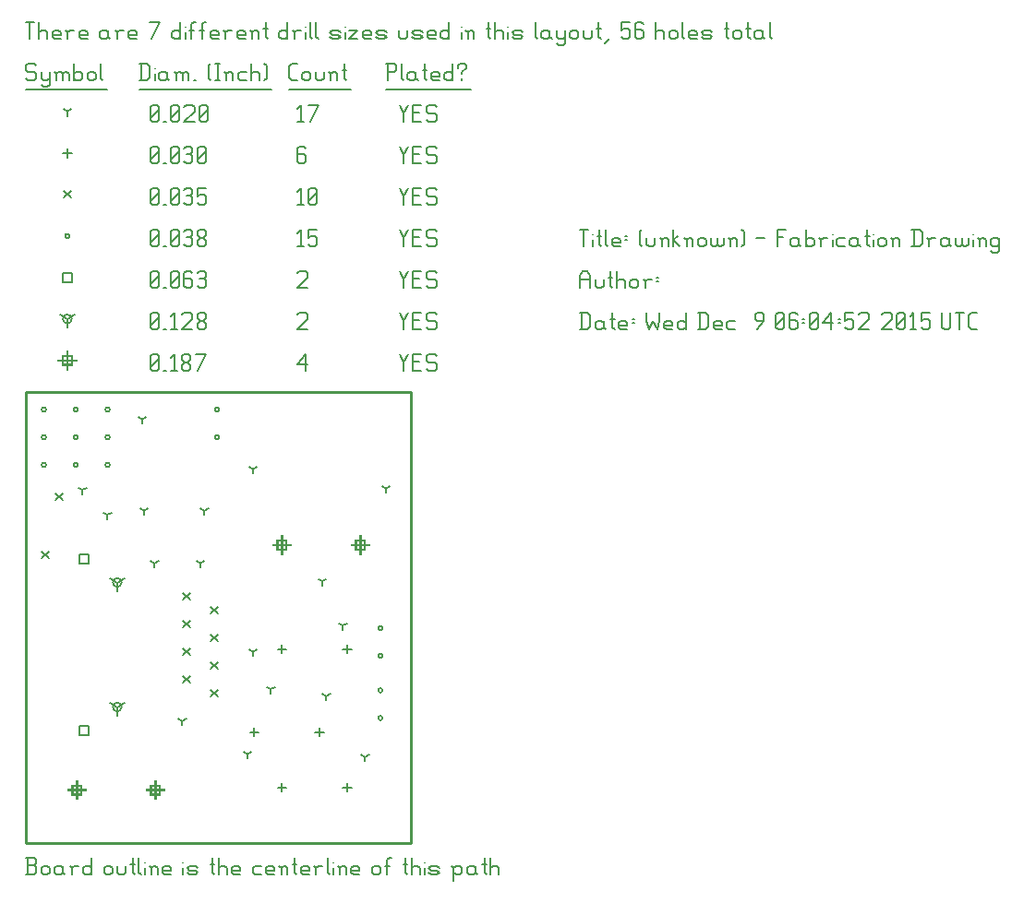
<source format=gbr>
G04 start of page 12 for group -3984 idx -3984 *
G04 Title: (unknown), fab *
G04 Creator: pcb 1.99z *
G04 CreationDate: Wed Dec  9 06:04:52 2015 UTC *
G04 For: commonadmin *
G04 Format: Gerber/RS-274X *
G04 PCB-Dimensions (mil): 1410.00 1650.00 *
G04 PCB-Coordinate-Origin: lower left *
%MOIN*%
%FSLAX25Y25*%
%LNFAB*%
%ADD89C,0.0100*%
%ADD88C,0.0075*%
%ADD87C,0.0060*%
%ADD86R,0.0080X0.0080*%
G54D86*X18500Y24200D02*Y17800D01*
X15300Y21000D02*X21700D01*
X16900Y22600D02*X20100D01*
X16900D02*Y19400D01*
X20100D01*
Y22600D02*Y19400D01*
X46846Y24200D02*Y17800D01*
X43646Y21000D02*X50046D01*
X45246Y22600D02*X48446D01*
X45246D02*Y19400D01*
X48446D01*
Y22600D02*Y19400D01*
X92500Y112700D02*Y106300D01*
X89300Y109500D02*X95700D01*
X90900Y111100D02*X94100D01*
X90900D02*Y107900D01*
X94100D01*
Y111100D02*Y107900D01*
X120846Y112700D02*Y106300D01*
X117646Y109500D02*X124046D01*
X119246Y111100D02*X122446D01*
X119246D02*Y107900D01*
X122446D01*
Y111100D02*Y107900D01*
X15000Y179450D02*Y173050D01*
X11800Y176250D02*X18200D01*
X13400Y177850D02*X16600D01*
X13400D02*Y174650D01*
X16600D01*
Y177850D02*Y174650D01*
G54D87*X135000Y178500D02*X136500Y175500D01*
X138000Y178500D01*
X136500Y175500D02*Y172500D01*
X139800Y175800D02*X142050D01*
X139800Y172500D02*X142800D01*
X139800Y178500D02*Y172500D01*
Y178500D02*X142800D01*
X147600D02*X148350Y177750D01*
X145350Y178500D02*X147600D01*
X144600Y177750D02*X145350Y178500D01*
X144600Y177750D02*Y176250D01*
X145350Y175500D01*
X147600D01*
X148350Y174750D01*
Y173250D01*
X147600Y172500D02*X148350Y173250D01*
X145350Y172500D02*X147600D01*
X144600Y173250D02*X145350Y172500D01*
X98000Y174750D02*X101000Y178500D01*
X98000Y174750D02*X101750D01*
X101000Y178500D02*Y172500D01*
X45000Y173250D02*X45750Y172500D01*
X45000Y177750D02*Y173250D01*
Y177750D02*X45750Y178500D01*
X47250D01*
X48000Y177750D01*
Y173250D01*
X47250Y172500D02*X48000Y173250D01*
X45750Y172500D02*X47250D01*
X45000Y174000D02*X48000Y177000D01*
X49800Y172500D02*X50550D01*
X52350Y177300D02*X53550Y178500D01*
Y172500D01*
X52350D02*X54600D01*
X56400Y173250D02*X57150Y172500D01*
X56400Y174450D02*Y173250D01*
Y174450D02*X57450Y175500D01*
X58350D01*
X59400Y174450D01*
Y173250D01*
X58650Y172500D02*X59400Y173250D01*
X57150Y172500D02*X58650D01*
X56400Y176550D02*X57450Y175500D01*
X56400Y177750D02*Y176550D01*
Y177750D02*X57150Y178500D01*
X58650D01*
X59400Y177750D01*
Y176550D01*
X58350Y175500D02*X59400Y176550D01*
X61950Y172500D02*X64950Y178500D01*
X61200D02*X64950D01*
X33000Y96000D02*Y92800D01*
Y96000D02*X35773Y97600D01*
X33000Y96000D02*X30227Y97600D01*
X31400Y96000D02*G75*G03X34600Y96000I1600J0D01*G01*
G75*G03X31400Y96000I-1600J0D01*G01*
X33000Y51000D02*Y47800D01*
Y51000D02*X35773Y52600D01*
X33000Y51000D02*X30227Y52600D01*
X31400Y51000D02*G75*G03X34600Y51000I1600J0D01*G01*
G75*G03X31400Y51000I-1600J0D01*G01*
X15000Y191250D02*Y188050D01*
Y191250D02*X17773Y192850D01*
X15000Y191250D02*X12227Y192850D01*
X13400Y191250D02*G75*G03X16600Y191250I1600J0D01*G01*
G75*G03X13400Y191250I-1600J0D01*G01*
X135000Y193500D02*X136500Y190500D01*
X138000Y193500D01*
X136500Y190500D02*Y187500D01*
X139800Y190800D02*X142050D01*
X139800Y187500D02*X142800D01*
X139800Y193500D02*Y187500D01*
Y193500D02*X142800D01*
X147600D02*X148350Y192750D01*
X145350Y193500D02*X147600D01*
X144600Y192750D02*X145350Y193500D01*
X144600Y192750D02*Y191250D01*
X145350Y190500D01*
X147600D01*
X148350Y189750D01*
Y188250D01*
X147600Y187500D02*X148350Y188250D01*
X145350Y187500D02*X147600D01*
X144600Y188250D02*X145350Y187500D01*
X98000Y192750D02*X98750Y193500D01*
X101000D01*
X101750Y192750D01*
Y191250D01*
X98000Y187500D02*X101750Y191250D01*
X98000Y187500D02*X101750D01*
X45000Y188250D02*X45750Y187500D01*
X45000Y192750D02*Y188250D01*
Y192750D02*X45750Y193500D01*
X47250D01*
X48000Y192750D01*
Y188250D01*
X47250Y187500D02*X48000Y188250D01*
X45750Y187500D02*X47250D01*
X45000Y189000D02*X48000Y192000D01*
X49800Y187500D02*X50550D01*
X52350Y192300D02*X53550Y193500D01*
Y187500D01*
X52350D02*X54600D01*
X56400Y192750D02*X57150Y193500D01*
X59400D01*
X60150Y192750D01*
Y191250D01*
X56400Y187500D02*X60150Y191250D01*
X56400Y187500D02*X60150D01*
X61950Y188250D02*X62700Y187500D01*
X61950Y189450D02*Y188250D01*
Y189450D02*X63000Y190500D01*
X63900D01*
X64950Y189450D01*
Y188250D01*
X64200Y187500D02*X64950Y188250D01*
X62700Y187500D02*X64200D01*
X61950Y191550D02*X63000Y190500D01*
X61950Y192750D02*Y191550D01*
Y192750D02*X62700Y193500D01*
X64200D01*
X64950Y192750D01*
Y191550D01*
X63900Y190500D02*X64950Y191550D01*
X19392Y106143D02*X22592D01*
X19392D02*Y102943D01*
X22592D01*
Y106143D02*Y102943D01*
X19392Y44135D02*X22592D01*
X19392D02*Y40935D01*
X22592D01*
Y44135D02*Y40935D01*
X13400Y207850D02*X16600D01*
X13400D02*Y204650D01*
X16600D01*
Y207850D02*Y204650D01*
X135000Y208500D02*X136500Y205500D01*
X138000Y208500D01*
X136500Y205500D02*Y202500D01*
X139800Y205800D02*X142050D01*
X139800Y202500D02*X142800D01*
X139800Y208500D02*Y202500D01*
Y208500D02*X142800D01*
X147600D02*X148350Y207750D01*
X145350Y208500D02*X147600D01*
X144600Y207750D02*X145350Y208500D01*
X144600Y207750D02*Y206250D01*
X145350Y205500D01*
X147600D01*
X148350Y204750D01*
Y203250D01*
X147600Y202500D02*X148350Y203250D01*
X145350Y202500D02*X147600D01*
X144600Y203250D02*X145350Y202500D01*
X98000Y207750D02*X98750Y208500D01*
X101000D01*
X101750Y207750D01*
Y206250D01*
X98000Y202500D02*X101750Y206250D01*
X98000Y202500D02*X101750D01*
X45000Y203250D02*X45750Y202500D01*
X45000Y207750D02*Y203250D01*
Y207750D02*X45750Y208500D01*
X47250D01*
X48000Y207750D01*
Y203250D01*
X47250Y202500D02*X48000Y203250D01*
X45750Y202500D02*X47250D01*
X45000Y204000D02*X48000Y207000D01*
X49800Y202500D02*X50550D01*
X52350Y203250D02*X53100Y202500D01*
X52350Y207750D02*Y203250D01*
Y207750D02*X53100Y208500D01*
X54600D01*
X55350Y207750D01*
Y203250D01*
X54600Y202500D02*X55350Y203250D01*
X53100Y202500D02*X54600D01*
X52350Y204000D02*X55350Y207000D01*
X59400Y208500D02*X60150Y207750D01*
X57900Y208500D02*X59400D01*
X57150Y207750D02*X57900Y208500D01*
X57150Y207750D02*Y203250D01*
X57900Y202500D01*
X59400Y205800D02*X60150Y205050D01*
X57150Y205800D02*X59400D01*
X57900Y202500D02*X59400D01*
X60150Y203250D01*
Y205050D02*Y203250D01*
X61950Y207750D02*X62700Y208500D01*
X64200D01*
X64950Y207750D01*
X64200Y202500D02*X64950Y203250D01*
X62700Y202500D02*X64200D01*
X61950Y203250D02*X62700Y202500D01*
Y205800D02*X64200D01*
X64950Y207750D02*Y206550D01*
Y205050D02*Y203250D01*
Y205050D02*X64200Y205800D01*
X64950Y206550D02*X64200Y205800D01*
X127200Y79500D02*G75*G03X128800Y79500I800J0D01*G01*
G75*G03X127200Y79500I-800J0D01*G01*
Y69500D02*G75*G03X128800Y69500I800J0D01*G01*
G75*G03X127200Y69500I-800J0D01*G01*
Y57000D02*G75*G03X128800Y57000I800J0D01*G01*
G75*G03X127200Y57000I-800J0D01*G01*
Y47000D02*G75*G03X128800Y47000I800J0D01*G01*
G75*G03X127200Y47000I-800J0D01*G01*
X28700Y138500D02*G75*G03X30300Y138500I800J0D01*G01*
G75*G03X28700Y138500I-800J0D01*G01*
Y148500D02*G75*G03X30300Y148500I800J0D01*G01*
G75*G03X28700Y148500I-800J0D01*G01*
Y158500D02*G75*G03X30300Y158500I800J0D01*G01*
G75*G03X28700Y158500I-800J0D01*G01*
X17200Y138500D02*G75*G03X18800Y138500I800J0D01*G01*
G75*G03X17200Y138500I-800J0D01*G01*
Y148500D02*G75*G03X18800Y148500I800J0D01*G01*
G75*G03X17200Y148500I-800J0D01*G01*
Y158500D02*G75*G03X18800Y158500I800J0D01*G01*
G75*G03X17200Y158500I-800J0D01*G01*
X5700Y138500D02*G75*G03X7300Y138500I800J0D01*G01*
G75*G03X5700Y138500I-800J0D01*G01*
Y148500D02*G75*G03X7300Y148500I800J0D01*G01*
G75*G03X5700Y148500I-800J0D01*G01*
Y158500D02*G75*G03X7300Y158500I800J0D01*G01*
G75*G03X5700Y158500I-800J0D01*G01*
X68200D02*G75*G03X69800Y158500I800J0D01*G01*
G75*G03X68200Y158500I-800J0D01*G01*
Y148500D02*G75*G03X69800Y148500I800J0D01*G01*
G75*G03X68200Y148500I-800J0D01*G01*
X14200Y221250D02*G75*G03X15800Y221250I800J0D01*G01*
G75*G03X14200Y221250I-800J0D01*G01*
X135000Y223500D02*X136500Y220500D01*
X138000Y223500D01*
X136500Y220500D02*Y217500D01*
X139800Y220800D02*X142050D01*
X139800Y217500D02*X142800D01*
X139800Y223500D02*Y217500D01*
Y223500D02*X142800D01*
X147600D02*X148350Y222750D01*
X145350Y223500D02*X147600D01*
X144600Y222750D02*X145350Y223500D01*
X144600Y222750D02*Y221250D01*
X145350Y220500D01*
X147600D01*
X148350Y219750D01*
Y218250D01*
X147600Y217500D02*X148350Y218250D01*
X145350Y217500D02*X147600D01*
X144600Y218250D02*X145350Y217500D01*
X98000Y222300D02*X99200Y223500D01*
Y217500D01*
X98000D02*X100250D01*
X102050Y223500D02*X105050D01*
X102050D02*Y220500D01*
X102800Y221250D01*
X104300D01*
X105050Y220500D01*
Y218250D01*
X104300Y217500D02*X105050Y218250D01*
X102800Y217500D02*X104300D01*
X102050Y218250D02*X102800Y217500D01*
X45000Y218250D02*X45750Y217500D01*
X45000Y222750D02*Y218250D01*
Y222750D02*X45750Y223500D01*
X47250D01*
X48000Y222750D01*
Y218250D01*
X47250Y217500D02*X48000Y218250D01*
X45750Y217500D02*X47250D01*
X45000Y219000D02*X48000Y222000D01*
X49800Y217500D02*X50550D01*
X52350Y218250D02*X53100Y217500D01*
X52350Y222750D02*Y218250D01*
Y222750D02*X53100Y223500D01*
X54600D01*
X55350Y222750D01*
Y218250D01*
X54600Y217500D02*X55350Y218250D01*
X53100Y217500D02*X54600D01*
X52350Y219000D02*X55350Y222000D01*
X57150Y222750D02*X57900Y223500D01*
X59400D01*
X60150Y222750D01*
X59400Y217500D02*X60150Y218250D01*
X57900Y217500D02*X59400D01*
X57150Y218250D02*X57900Y217500D01*
Y220800D02*X59400D01*
X60150Y222750D02*Y221550D01*
Y220050D02*Y218250D01*
Y220050D02*X59400Y220800D01*
X60150Y221550D02*X59400Y220800D01*
X61950Y218250D02*X62700Y217500D01*
X61950Y219450D02*Y218250D01*
Y219450D02*X63000Y220500D01*
X63900D01*
X64950Y219450D01*
Y218250D01*
X64200Y217500D02*X64950Y218250D01*
X62700Y217500D02*X64200D01*
X61950Y221550D02*X63000Y220500D01*
X61950Y222750D02*Y221550D01*
Y222750D02*X62700Y223500D01*
X64200D01*
X64950Y222750D01*
Y221550D01*
X63900Y220500D02*X64950Y221550D01*
X10800Y128200D02*X13200Y125800D01*
X10800D02*X13200Y128200D01*
X5800Y107200D02*X8200Y104800D01*
X5800D02*X8200Y107200D01*
X66800Y87200D02*X69200Y84800D01*
X66800D02*X69200Y87200D01*
X66800Y77200D02*X69200Y74800D01*
X66800D02*X69200Y77200D01*
X66800Y67200D02*X69200Y64800D01*
X66800D02*X69200Y67200D01*
X66800Y57200D02*X69200Y54800D01*
X66800D02*X69200Y57200D01*
X56800Y92200D02*X59200Y89800D01*
X56800D02*X59200Y92200D01*
X56800Y82200D02*X59200Y79800D01*
X56800D02*X59200Y82200D01*
X56800Y72200D02*X59200Y69800D01*
X56800D02*X59200Y72200D01*
X56800Y62200D02*X59200Y59800D01*
X56800D02*X59200Y62200D01*
X13800Y237450D02*X16200Y235050D01*
X13800D02*X16200Y237450D01*
X135000Y238500D02*X136500Y235500D01*
X138000Y238500D01*
X136500Y235500D02*Y232500D01*
X139800Y235800D02*X142050D01*
X139800Y232500D02*X142800D01*
X139800Y238500D02*Y232500D01*
Y238500D02*X142800D01*
X147600D02*X148350Y237750D01*
X145350Y238500D02*X147600D01*
X144600Y237750D02*X145350Y238500D01*
X144600Y237750D02*Y236250D01*
X145350Y235500D01*
X147600D01*
X148350Y234750D01*
Y233250D01*
X147600Y232500D02*X148350Y233250D01*
X145350Y232500D02*X147600D01*
X144600Y233250D02*X145350Y232500D01*
X98000Y237300D02*X99200Y238500D01*
Y232500D01*
X98000D02*X100250D01*
X102050Y233250D02*X102800Y232500D01*
X102050Y237750D02*Y233250D01*
Y237750D02*X102800Y238500D01*
X104300D01*
X105050Y237750D01*
Y233250D01*
X104300Y232500D02*X105050Y233250D01*
X102800Y232500D02*X104300D01*
X102050Y234000D02*X105050Y237000D01*
X45000Y233250D02*X45750Y232500D01*
X45000Y237750D02*Y233250D01*
Y237750D02*X45750Y238500D01*
X47250D01*
X48000Y237750D01*
Y233250D01*
X47250Y232500D02*X48000Y233250D01*
X45750Y232500D02*X47250D01*
X45000Y234000D02*X48000Y237000D01*
X49800Y232500D02*X50550D01*
X52350Y233250D02*X53100Y232500D01*
X52350Y237750D02*Y233250D01*
Y237750D02*X53100Y238500D01*
X54600D01*
X55350Y237750D01*
Y233250D01*
X54600Y232500D02*X55350Y233250D01*
X53100Y232500D02*X54600D01*
X52350Y234000D02*X55350Y237000D01*
X57150Y237750D02*X57900Y238500D01*
X59400D01*
X60150Y237750D01*
X59400Y232500D02*X60150Y233250D01*
X57900Y232500D02*X59400D01*
X57150Y233250D02*X57900Y232500D01*
Y235800D02*X59400D01*
X60150Y237750D02*Y236550D01*
Y235050D02*Y233250D01*
Y235050D02*X59400Y235800D01*
X60150Y236550D02*X59400Y235800D01*
X61950Y238500D02*X64950D01*
X61950D02*Y235500D01*
X62700Y236250D01*
X64200D01*
X64950Y235500D01*
Y233250D01*
X64200Y232500D02*X64950Y233250D01*
X62700Y232500D02*X64200D01*
X61950Y233250D02*X62700Y232500D01*
X92500Y73600D02*Y70400D01*
X90900Y72000D02*X94100D01*
X92500Y23600D02*Y20400D01*
X90900Y22000D02*X94100D01*
X82500Y43600D02*Y40400D01*
X80900Y42000D02*X84100D01*
X116000Y73600D02*Y70400D01*
X114400Y72000D02*X117600D01*
X116000Y23600D02*Y20400D01*
X114400Y22000D02*X117600D01*
X106000Y43600D02*Y40400D01*
X104400Y42000D02*X107600D01*
X15000Y252850D02*Y249650D01*
X13400Y251250D02*X16600D01*
X135000Y253500D02*X136500Y250500D01*
X138000Y253500D01*
X136500Y250500D02*Y247500D01*
X139800Y250800D02*X142050D01*
X139800Y247500D02*X142800D01*
X139800Y253500D02*Y247500D01*
Y253500D02*X142800D01*
X147600D02*X148350Y252750D01*
X145350Y253500D02*X147600D01*
X144600Y252750D02*X145350Y253500D01*
X144600Y252750D02*Y251250D01*
X145350Y250500D01*
X147600D01*
X148350Y249750D01*
Y248250D01*
X147600Y247500D02*X148350Y248250D01*
X145350Y247500D02*X147600D01*
X144600Y248250D02*X145350Y247500D01*
X100250Y253500D02*X101000Y252750D01*
X98750Y253500D02*X100250D01*
X98000Y252750D02*X98750Y253500D01*
X98000Y252750D02*Y248250D01*
X98750Y247500D01*
X100250Y250800D02*X101000Y250050D01*
X98000Y250800D02*X100250D01*
X98750Y247500D02*X100250D01*
X101000Y248250D01*
Y250050D02*Y248250D01*
X45000D02*X45750Y247500D01*
X45000Y252750D02*Y248250D01*
Y252750D02*X45750Y253500D01*
X47250D01*
X48000Y252750D01*
Y248250D01*
X47250Y247500D02*X48000Y248250D01*
X45750Y247500D02*X47250D01*
X45000Y249000D02*X48000Y252000D01*
X49800Y247500D02*X50550D01*
X52350Y248250D02*X53100Y247500D01*
X52350Y252750D02*Y248250D01*
Y252750D02*X53100Y253500D01*
X54600D01*
X55350Y252750D01*
Y248250D01*
X54600Y247500D02*X55350Y248250D01*
X53100Y247500D02*X54600D01*
X52350Y249000D02*X55350Y252000D01*
X57150Y252750D02*X57900Y253500D01*
X59400D01*
X60150Y252750D01*
X59400Y247500D02*X60150Y248250D01*
X57900Y247500D02*X59400D01*
X57150Y248250D02*X57900Y247500D01*
Y250800D02*X59400D01*
X60150Y252750D02*Y251550D01*
Y250050D02*Y248250D01*
Y250050D02*X59400Y250800D01*
X60150Y251550D02*X59400Y250800D01*
X61950Y248250D02*X62700Y247500D01*
X61950Y252750D02*Y248250D01*
Y252750D02*X62700Y253500D01*
X64200D01*
X64950Y252750D01*
Y248250D01*
X64200Y247500D02*X64950Y248250D01*
X62700Y247500D02*X64200D01*
X61950Y249000D02*X64950Y252000D01*
X122500Y33000D02*Y31400D01*
Y33000D02*X123887Y33800D01*
X122500Y33000D02*X121113Y33800D01*
X64500Y122000D02*Y120400D01*
Y122000D02*X65887Y122800D01*
X64500Y122000D02*X63113Y122800D01*
X42700Y122000D02*Y120400D01*
Y122000D02*X44087Y122800D01*
X42700Y122000D02*X41313Y122800D01*
X80000Y34000D02*Y32400D01*
Y34000D02*X81387Y34800D01*
X80000Y34000D02*X78613Y34800D01*
X29500Y120500D02*Y118900D01*
Y120500D02*X30887Y121300D01*
X29500Y120500D02*X28113Y121300D01*
X46500Y103000D02*Y101400D01*
Y103000D02*X47887Y103800D01*
X46500Y103000D02*X45113Y103800D01*
X63000Y103000D02*Y101400D01*
Y103000D02*X64387Y103800D01*
X63000Y103000D02*X61613Y103800D01*
X56500Y46000D02*Y44400D01*
Y46000D02*X57887Y46800D01*
X56500Y46000D02*X55113Y46800D01*
X88500Y57500D02*Y55900D01*
Y57500D02*X89887Y58300D01*
X88500Y57500D02*X87113Y58300D01*
X108500Y55000D02*Y53400D01*
Y55000D02*X109887Y55800D01*
X108500Y55000D02*X107113Y55800D01*
X82000Y71000D02*Y69400D01*
Y71000D02*X83387Y71800D01*
X82000Y71000D02*X80613Y71800D01*
X114500Y80500D02*Y78900D01*
Y80500D02*X115887Y81300D01*
X114500Y80500D02*X113113Y81300D01*
X42000Y155000D02*Y153400D01*
Y155000D02*X43387Y155800D01*
X42000Y155000D02*X40613Y155800D01*
X82000Y137000D02*Y135400D01*
Y137000D02*X83387Y137800D01*
X82000Y137000D02*X80613Y137800D01*
X130000Y130000D02*Y128400D01*
Y130000D02*X131387Y130800D01*
X130000Y130000D02*X128613Y130800D01*
X107000Y96500D02*Y94900D01*
Y96500D02*X108387Y97300D01*
X107000Y96500D02*X105613Y97300D01*
X20500Y129500D02*Y127900D01*
Y129500D02*X21887Y130300D01*
X20500Y129500D02*X19113Y130300D01*
X15000Y266250D02*Y264650D01*
Y266250D02*X16387Y267050D01*
X15000Y266250D02*X13613Y267050D01*
X135000Y268500D02*X136500Y265500D01*
X138000Y268500D01*
X136500Y265500D02*Y262500D01*
X139800Y265800D02*X142050D01*
X139800Y262500D02*X142800D01*
X139800Y268500D02*Y262500D01*
Y268500D02*X142800D01*
X147600D02*X148350Y267750D01*
X145350Y268500D02*X147600D01*
X144600Y267750D02*X145350Y268500D01*
X144600Y267750D02*Y266250D01*
X145350Y265500D01*
X147600D01*
X148350Y264750D01*
Y263250D01*
X147600Y262500D02*X148350Y263250D01*
X145350Y262500D02*X147600D01*
X144600Y263250D02*X145350Y262500D01*
X98000Y267300D02*X99200Y268500D01*
Y262500D01*
X98000D02*X100250D01*
X102800D02*X105800Y268500D01*
X102050D02*X105800D01*
X45000Y263250D02*X45750Y262500D01*
X45000Y267750D02*Y263250D01*
Y267750D02*X45750Y268500D01*
X47250D01*
X48000Y267750D01*
Y263250D01*
X47250Y262500D02*X48000Y263250D01*
X45750Y262500D02*X47250D01*
X45000Y264000D02*X48000Y267000D01*
X49800Y262500D02*X50550D01*
X52350Y263250D02*X53100Y262500D01*
X52350Y267750D02*Y263250D01*
Y267750D02*X53100Y268500D01*
X54600D01*
X55350Y267750D01*
Y263250D01*
X54600Y262500D02*X55350Y263250D01*
X53100Y262500D02*X54600D01*
X52350Y264000D02*X55350Y267000D01*
X57150Y267750D02*X57900Y268500D01*
X60150D01*
X60900Y267750D01*
Y266250D01*
X57150Y262500D02*X60900Y266250D01*
X57150Y262500D02*X60900D01*
X62700Y263250D02*X63450Y262500D01*
X62700Y267750D02*Y263250D01*
Y267750D02*X63450Y268500D01*
X64950D01*
X65700Y267750D01*
Y263250D01*
X64950Y262500D02*X65700Y263250D01*
X63450Y262500D02*X64950D01*
X62700Y264000D02*X65700Y267000D01*
X3000Y283500D02*X3750Y282750D01*
X750Y283500D02*X3000D01*
X0Y282750D02*X750Y283500D01*
X0Y282750D02*Y281250D01*
X750Y280500D01*
X3000D01*
X3750Y279750D01*
Y278250D01*
X3000Y277500D02*X3750Y278250D01*
X750Y277500D02*X3000D01*
X0Y278250D02*X750Y277500D01*
X5550Y280500D02*Y278250D01*
X6300Y277500D01*
X8550Y280500D02*Y276000D01*
X7800Y275250D02*X8550Y276000D01*
X6300Y275250D02*X7800D01*
X5550Y276000D02*X6300Y275250D01*
Y277500D02*X7800D01*
X8550Y278250D01*
X11100Y279750D02*Y277500D01*
Y279750D02*X11850Y280500D01*
X12600D01*
X13350Y279750D01*
Y277500D01*
Y279750D02*X14100Y280500D01*
X14850D01*
X15600Y279750D01*
Y277500D01*
X10350Y280500D02*X11100Y279750D01*
X17400Y283500D02*Y277500D01*
Y278250D02*X18150Y277500D01*
X19650D01*
X20400Y278250D01*
Y279750D02*Y278250D01*
X19650Y280500D02*X20400Y279750D01*
X18150Y280500D02*X19650D01*
X17400Y279750D02*X18150Y280500D01*
X22200Y279750D02*Y278250D01*
Y279750D02*X22950Y280500D01*
X24450D01*
X25200Y279750D01*
Y278250D01*
X24450Y277500D02*X25200Y278250D01*
X22950Y277500D02*X24450D01*
X22200Y278250D02*X22950Y277500D01*
X27000Y283500D02*Y278250D01*
X27750Y277500D01*
X0Y274250D02*X29250D01*
X41750Y283500D02*Y277500D01*
X43700Y283500D02*X44750Y282450D01*
Y278550D01*
X43700Y277500D02*X44750Y278550D01*
X41000Y277500D02*X43700D01*
X41000Y283500D02*X43700D01*
G54D88*X46550Y282000D02*Y281850D01*
G54D87*Y279750D02*Y277500D01*
X50300Y280500D02*X51050Y279750D01*
X48800Y280500D02*X50300D01*
X48050Y279750D02*X48800Y280500D01*
X48050Y279750D02*Y278250D01*
X48800Y277500D01*
X51050Y280500D02*Y278250D01*
X51800Y277500D01*
X48800D02*X50300D01*
X51050Y278250D01*
X54350Y279750D02*Y277500D01*
Y279750D02*X55100Y280500D01*
X55850D01*
X56600Y279750D01*
Y277500D01*
Y279750D02*X57350Y280500D01*
X58100D01*
X58850Y279750D01*
Y277500D01*
X53600Y280500D02*X54350Y279750D01*
X60650Y277500D02*X61400D01*
X65900Y278250D02*X66650Y277500D01*
X65900Y282750D02*X66650Y283500D01*
X65900Y282750D02*Y278250D01*
X68450Y283500D02*X69950D01*
X69200D02*Y277500D01*
X68450D02*X69950D01*
X72500Y279750D02*Y277500D01*
Y279750D02*X73250Y280500D01*
X74000D01*
X74750Y279750D01*
Y277500D01*
X71750Y280500D02*X72500Y279750D01*
X77300Y280500D02*X79550D01*
X76550Y279750D02*X77300Y280500D01*
X76550Y279750D02*Y278250D01*
X77300Y277500D01*
X79550D01*
X81350Y283500D02*Y277500D01*
Y279750D02*X82100Y280500D01*
X83600D01*
X84350Y279750D01*
Y277500D01*
X86150Y283500D02*X86900Y282750D01*
Y278250D01*
X86150Y277500D02*X86900Y278250D01*
X41000Y274250D02*X88700D01*
X96050Y277500D02*X98000D01*
X95000Y278550D02*X96050Y277500D01*
X95000Y282450D02*Y278550D01*
Y282450D02*X96050Y283500D01*
X98000D01*
X99800Y279750D02*Y278250D01*
Y279750D02*X100550Y280500D01*
X102050D01*
X102800Y279750D01*
Y278250D01*
X102050Y277500D02*X102800Y278250D01*
X100550Y277500D02*X102050D01*
X99800Y278250D02*X100550Y277500D01*
X104600Y280500D02*Y278250D01*
X105350Y277500D01*
X106850D01*
X107600Y278250D01*
Y280500D02*Y278250D01*
X110150Y279750D02*Y277500D01*
Y279750D02*X110900Y280500D01*
X111650D01*
X112400Y279750D01*
Y277500D01*
X109400Y280500D02*X110150Y279750D01*
X114950Y283500D02*Y278250D01*
X115700Y277500D01*
X114200Y281250D02*X115700D01*
X95000Y274250D02*X117200D01*
X130750Y283500D02*Y277500D01*
X130000Y283500D02*X133000D01*
X133750Y282750D01*
Y281250D01*
X133000Y280500D02*X133750Y281250D01*
X130750Y280500D02*X133000D01*
X135550Y283500D02*Y278250D01*
X136300Y277500D01*
X140050Y280500D02*X140800Y279750D01*
X138550Y280500D02*X140050D01*
X137800Y279750D02*X138550Y280500D01*
X137800Y279750D02*Y278250D01*
X138550Y277500D01*
X140800Y280500D02*Y278250D01*
X141550Y277500D01*
X138550D02*X140050D01*
X140800Y278250D01*
X144100Y283500D02*Y278250D01*
X144850Y277500D01*
X143350Y281250D02*X144850D01*
X147100Y277500D02*X149350D01*
X146350Y278250D02*X147100Y277500D01*
X146350Y279750D02*Y278250D01*
Y279750D02*X147100Y280500D01*
X148600D01*
X149350Y279750D01*
X146350Y279000D02*X149350D01*
Y279750D02*Y279000D01*
X154150Y283500D02*Y277500D01*
X153400D02*X154150Y278250D01*
X151900Y277500D02*X153400D01*
X151150Y278250D02*X151900Y277500D01*
X151150Y279750D02*Y278250D01*
Y279750D02*X151900Y280500D01*
X153400D01*
X154150Y279750D01*
X157450Y280500D02*Y279750D01*
Y278250D02*Y277500D01*
X155950Y282750D02*Y282000D01*
Y282750D02*X156700Y283500D01*
X158200D01*
X158950Y282750D01*
Y282000D01*
X157450Y280500D02*X158950Y282000D01*
X130000Y274250D02*X160750D01*
X0Y298500D02*X3000D01*
X1500D02*Y292500D01*
X4800Y298500D02*Y292500D01*
Y294750D02*X5550Y295500D01*
X7050D01*
X7800Y294750D01*
Y292500D01*
X10350D02*X12600D01*
X9600Y293250D02*X10350Y292500D01*
X9600Y294750D02*Y293250D01*
Y294750D02*X10350Y295500D01*
X11850D01*
X12600Y294750D01*
X9600Y294000D02*X12600D01*
Y294750D02*Y294000D01*
X15150Y294750D02*Y292500D01*
Y294750D02*X15900Y295500D01*
X17400D01*
X14400D02*X15150Y294750D01*
X19950Y292500D02*X22200D01*
X19200Y293250D02*X19950Y292500D01*
X19200Y294750D02*Y293250D01*
Y294750D02*X19950Y295500D01*
X21450D01*
X22200Y294750D01*
X19200Y294000D02*X22200D01*
Y294750D02*Y294000D01*
X28950Y295500D02*X29700Y294750D01*
X27450Y295500D02*X28950D01*
X26700Y294750D02*X27450Y295500D01*
X26700Y294750D02*Y293250D01*
X27450Y292500D01*
X29700Y295500D02*Y293250D01*
X30450Y292500D01*
X27450D02*X28950D01*
X29700Y293250D01*
X33000Y294750D02*Y292500D01*
Y294750D02*X33750Y295500D01*
X35250D01*
X32250D02*X33000Y294750D01*
X37800Y292500D02*X40050D01*
X37050Y293250D02*X37800Y292500D01*
X37050Y294750D02*Y293250D01*
Y294750D02*X37800Y295500D01*
X39300D01*
X40050Y294750D01*
X37050Y294000D02*X40050D01*
Y294750D02*Y294000D01*
X45300Y292500D02*X48300Y298500D01*
X44550D02*X48300D01*
X55800D02*Y292500D01*
X55050D02*X55800Y293250D01*
X53550Y292500D02*X55050D01*
X52800Y293250D02*X53550Y292500D01*
X52800Y294750D02*Y293250D01*
Y294750D02*X53550Y295500D01*
X55050D01*
X55800Y294750D01*
G54D88*X57600Y297000D02*Y296850D01*
G54D87*Y294750D02*Y292500D01*
X59850Y297750D02*Y292500D01*
Y297750D02*X60600Y298500D01*
X61350D01*
X59100Y295500D02*X60600D01*
X63600Y297750D02*Y292500D01*
Y297750D02*X64350Y298500D01*
X65100D01*
X62850Y295500D02*X64350D01*
X67350Y292500D02*X69600D01*
X66600Y293250D02*X67350Y292500D01*
X66600Y294750D02*Y293250D01*
Y294750D02*X67350Y295500D01*
X68850D01*
X69600Y294750D01*
X66600Y294000D02*X69600D01*
Y294750D02*Y294000D01*
X72150Y294750D02*Y292500D01*
Y294750D02*X72900Y295500D01*
X74400D01*
X71400D02*X72150Y294750D01*
X76950Y292500D02*X79200D01*
X76200Y293250D02*X76950Y292500D01*
X76200Y294750D02*Y293250D01*
Y294750D02*X76950Y295500D01*
X78450D01*
X79200Y294750D01*
X76200Y294000D02*X79200D01*
Y294750D02*Y294000D01*
X81750Y294750D02*Y292500D01*
Y294750D02*X82500Y295500D01*
X83250D01*
X84000Y294750D01*
Y292500D01*
X81000Y295500D02*X81750Y294750D01*
X86550Y298500D02*Y293250D01*
X87300Y292500D01*
X85800Y296250D02*X87300D01*
X94500Y298500D02*Y292500D01*
X93750D02*X94500Y293250D01*
X92250Y292500D02*X93750D01*
X91500Y293250D02*X92250Y292500D01*
X91500Y294750D02*Y293250D01*
Y294750D02*X92250Y295500D01*
X93750D01*
X94500Y294750D01*
X97050D02*Y292500D01*
Y294750D02*X97800Y295500D01*
X99300D01*
X96300D02*X97050Y294750D01*
G54D88*X101100Y297000D02*Y296850D01*
G54D87*Y294750D02*Y292500D01*
X102600Y298500D02*Y293250D01*
X103350Y292500D01*
X104850Y298500D02*Y293250D01*
X105600Y292500D01*
X110550D02*X112800D01*
X113550Y293250D01*
X112800Y294000D02*X113550Y293250D01*
X110550Y294000D02*X112800D01*
X109800Y294750D02*X110550Y294000D01*
X109800Y294750D02*X110550Y295500D01*
X112800D01*
X113550Y294750D01*
X109800Y293250D02*X110550Y292500D01*
G54D88*X115350Y297000D02*Y296850D01*
G54D87*Y294750D02*Y292500D01*
X116850Y295500D02*X119850D01*
X116850Y292500D02*X119850Y295500D01*
X116850Y292500D02*X119850D01*
X122400D02*X124650D01*
X121650Y293250D02*X122400Y292500D01*
X121650Y294750D02*Y293250D01*
Y294750D02*X122400Y295500D01*
X123900D01*
X124650Y294750D01*
X121650Y294000D02*X124650D01*
Y294750D02*Y294000D01*
X127200Y292500D02*X129450D01*
X130200Y293250D01*
X129450Y294000D02*X130200Y293250D01*
X127200Y294000D02*X129450D01*
X126450Y294750D02*X127200Y294000D01*
X126450Y294750D02*X127200Y295500D01*
X129450D01*
X130200Y294750D01*
X126450Y293250D02*X127200Y292500D01*
X134700Y295500D02*Y293250D01*
X135450Y292500D01*
X136950D01*
X137700Y293250D01*
Y295500D02*Y293250D01*
X140250Y292500D02*X142500D01*
X143250Y293250D01*
X142500Y294000D02*X143250Y293250D01*
X140250Y294000D02*X142500D01*
X139500Y294750D02*X140250Y294000D01*
X139500Y294750D02*X140250Y295500D01*
X142500D01*
X143250Y294750D01*
X139500Y293250D02*X140250Y292500D01*
X145800D02*X148050D01*
X145050Y293250D02*X145800Y292500D01*
X145050Y294750D02*Y293250D01*
Y294750D02*X145800Y295500D01*
X147300D01*
X148050Y294750D01*
X145050Y294000D02*X148050D01*
Y294750D02*Y294000D01*
X152850Y298500D02*Y292500D01*
X152100D02*X152850Y293250D01*
X150600Y292500D02*X152100D01*
X149850Y293250D02*X150600Y292500D01*
X149850Y294750D02*Y293250D01*
Y294750D02*X150600Y295500D01*
X152100D01*
X152850Y294750D01*
G54D88*X157350Y297000D02*Y296850D01*
G54D87*Y294750D02*Y292500D01*
X159600Y294750D02*Y292500D01*
Y294750D02*X160350Y295500D01*
X161100D01*
X161850Y294750D01*
Y292500D01*
X158850Y295500D02*X159600Y294750D01*
X167100Y298500D02*Y293250D01*
X167850Y292500D01*
X166350Y296250D02*X167850D01*
X169350Y298500D02*Y292500D01*
Y294750D02*X170100Y295500D01*
X171600D01*
X172350Y294750D01*
Y292500D01*
G54D88*X174150Y297000D02*Y296850D01*
G54D87*Y294750D02*Y292500D01*
X176400D02*X178650D01*
X179400Y293250D01*
X178650Y294000D02*X179400Y293250D01*
X176400Y294000D02*X178650D01*
X175650Y294750D02*X176400Y294000D01*
X175650Y294750D02*X176400Y295500D01*
X178650D01*
X179400Y294750D01*
X175650Y293250D02*X176400Y292500D01*
X183900Y298500D02*Y293250D01*
X184650Y292500D01*
X188400Y295500D02*X189150Y294750D01*
X186900Y295500D02*X188400D01*
X186150Y294750D02*X186900Y295500D01*
X186150Y294750D02*Y293250D01*
X186900Y292500D01*
X189150Y295500D02*Y293250D01*
X189900Y292500D01*
X186900D02*X188400D01*
X189150Y293250D01*
X191700Y295500D02*Y293250D01*
X192450Y292500D01*
X194700Y295500D02*Y291000D01*
X193950Y290250D02*X194700Y291000D01*
X192450Y290250D02*X193950D01*
X191700Y291000D02*X192450Y290250D01*
Y292500D02*X193950D01*
X194700Y293250D01*
X196500Y294750D02*Y293250D01*
Y294750D02*X197250Y295500D01*
X198750D01*
X199500Y294750D01*
Y293250D01*
X198750Y292500D02*X199500Y293250D01*
X197250Y292500D02*X198750D01*
X196500Y293250D02*X197250Y292500D01*
X201300Y295500D02*Y293250D01*
X202050Y292500D01*
X203550D01*
X204300Y293250D01*
Y295500D02*Y293250D01*
X206850Y298500D02*Y293250D01*
X207600Y292500D01*
X206100Y296250D02*X207600D01*
X209100Y291000D02*X210600Y292500D01*
X215100Y298500D02*X218100D01*
X215100D02*Y295500D01*
X215850Y296250D01*
X217350D01*
X218100Y295500D01*
Y293250D01*
X217350Y292500D02*X218100Y293250D01*
X215850Y292500D02*X217350D01*
X215100Y293250D02*X215850Y292500D01*
X222150Y298500D02*X222900Y297750D01*
X220650Y298500D02*X222150D01*
X219900Y297750D02*X220650Y298500D01*
X219900Y297750D02*Y293250D01*
X220650Y292500D01*
X222150Y295800D02*X222900Y295050D01*
X219900Y295800D02*X222150D01*
X220650Y292500D02*X222150D01*
X222900Y293250D01*
Y295050D02*Y293250D01*
X227400Y298500D02*Y292500D01*
Y294750D02*X228150Y295500D01*
X229650D01*
X230400Y294750D01*
Y292500D01*
X232200Y294750D02*Y293250D01*
Y294750D02*X232950Y295500D01*
X234450D01*
X235200Y294750D01*
Y293250D01*
X234450Y292500D02*X235200Y293250D01*
X232950Y292500D02*X234450D01*
X232200Y293250D02*X232950Y292500D01*
X237000Y298500D02*Y293250D01*
X237750Y292500D01*
X240000D02*X242250D01*
X239250Y293250D02*X240000Y292500D01*
X239250Y294750D02*Y293250D01*
Y294750D02*X240000Y295500D01*
X241500D01*
X242250Y294750D01*
X239250Y294000D02*X242250D01*
Y294750D02*Y294000D01*
X244800Y292500D02*X247050D01*
X247800Y293250D01*
X247050Y294000D02*X247800Y293250D01*
X244800Y294000D02*X247050D01*
X244050Y294750D02*X244800Y294000D01*
X244050Y294750D02*X244800Y295500D01*
X247050D01*
X247800Y294750D01*
X244050Y293250D02*X244800Y292500D01*
X253050Y298500D02*Y293250D01*
X253800Y292500D01*
X252300Y296250D02*X253800D01*
X255300Y294750D02*Y293250D01*
Y294750D02*X256050Y295500D01*
X257550D01*
X258300Y294750D01*
Y293250D01*
X257550Y292500D02*X258300Y293250D01*
X256050Y292500D02*X257550D01*
X255300Y293250D02*X256050Y292500D01*
X260850Y298500D02*Y293250D01*
X261600Y292500D01*
X260100Y296250D02*X261600D01*
X265350Y295500D02*X266100Y294750D01*
X263850Y295500D02*X265350D01*
X263100Y294750D02*X263850Y295500D01*
X263100Y294750D02*Y293250D01*
X263850Y292500D01*
X266100Y295500D02*Y293250D01*
X266850Y292500D01*
X263850D02*X265350D01*
X266100Y293250D01*
X268650Y298500D02*Y293250D01*
X269400Y292500D01*
G54D89*X0Y165000D02*Y2000D01*
X139000D01*
Y165000D01*
X0D01*
G54D87*Y-9500D02*X3000D01*
X3750Y-8750D01*
Y-6950D02*Y-8750D01*
X3000Y-6200D02*X3750Y-6950D01*
X750Y-6200D02*X3000D01*
X750Y-3500D02*Y-9500D01*
X0Y-3500D02*X3000D01*
X3750Y-4250D01*
Y-5450D01*
X3000Y-6200D02*X3750Y-5450D01*
X5550Y-7250D02*Y-8750D01*
Y-7250D02*X6300Y-6500D01*
X7800D01*
X8550Y-7250D01*
Y-8750D01*
X7800Y-9500D02*X8550Y-8750D01*
X6300Y-9500D02*X7800D01*
X5550Y-8750D02*X6300Y-9500D01*
X12600Y-6500D02*X13350Y-7250D01*
X11100Y-6500D02*X12600D01*
X10350Y-7250D02*X11100Y-6500D01*
X10350Y-7250D02*Y-8750D01*
X11100Y-9500D01*
X13350Y-6500D02*Y-8750D01*
X14100Y-9500D01*
X11100D02*X12600D01*
X13350Y-8750D01*
X16650Y-7250D02*Y-9500D01*
Y-7250D02*X17400Y-6500D01*
X18900D01*
X15900D02*X16650Y-7250D01*
X23700Y-3500D02*Y-9500D01*
X22950D02*X23700Y-8750D01*
X21450Y-9500D02*X22950D01*
X20700Y-8750D02*X21450Y-9500D01*
X20700Y-7250D02*Y-8750D01*
Y-7250D02*X21450Y-6500D01*
X22950D01*
X23700Y-7250D01*
X28200D02*Y-8750D01*
Y-7250D02*X28950Y-6500D01*
X30450D01*
X31200Y-7250D01*
Y-8750D01*
X30450Y-9500D02*X31200Y-8750D01*
X28950Y-9500D02*X30450D01*
X28200Y-8750D02*X28950Y-9500D01*
X33000Y-6500D02*Y-8750D01*
X33750Y-9500D01*
X35250D01*
X36000Y-8750D01*
Y-6500D02*Y-8750D01*
X38550Y-3500D02*Y-8750D01*
X39300Y-9500D01*
X37800Y-5750D02*X39300D01*
X40800Y-3500D02*Y-8750D01*
X41550Y-9500D01*
G54D88*X43050Y-5000D02*Y-5150D01*
G54D87*Y-7250D02*Y-9500D01*
X45300Y-7250D02*Y-9500D01*
Y-7250D02*X46050Y-6500D01*
X46800D01*
X47550Y-7250D01*
Y-9500D01*
X44550Y-6500D02*X45300Y-7250D01*
X50100Y-9500D02*X52350D01*
X49350Y-8750D02*X50100Y-9500D01*
X49350Y-7250D02*Y-8750D01*
Y-7250D02*X50100Y-6500D01*
X51600D01*
X52350Y-7250D01*
X49350Y-8000D02*X52350D01*
Y-7250D02*Y-8000D01*
G54D88*X56850Y-5000D02*Y-5150D01*
G54D87*Y-7250D02*Y-9500D01*
X59100D02*X61350D01*
X62100Y-8750D01*
X61350Y-8000D02*X62100Y-8750D01*
X59100Y-8000D02*X61350D01*
X58350Y-7250D02*X59100Y-8000D01*
X58350Y-7250D02*X59100Y-6500D01*
X61350D01*
X62100Y-7250D01*
X58350Y-8750D02*X59100Y-9500D01*
X67350Y-3500D02*Y-8750D01*
X68100Y-9500D01*
X66600Y-5750D02*X68100D01*
X69600Y-3500D02*Y-9500D01*
Y-7250D02*X70350Y-6500D01*
X71850D01*
X72600Y-7250D01*
Y-9500D01*
X75150D02*X77400D01*
X74400Y-8750D02*X75150Y-9500D01*
X74400Y-7250D02*Y-8750D01*
Y-7250D02*X75150Y-6500D01*
X76650D01*
X77400Y-7250D01*
X74400Y-8000D02*X77400D01*
Y-7250D02*Y-8000D01*
X82650Y-6500D02*X84900D01*
X81900Y-7250D02*X82650Y-6500D01*
X81900Y-7250D02*Y-8750D01*
X82650Y-9500D01*
X84900D01*
X87450D02*X89700D01*
X86700Y-8750D02*X87450Y-9500D01*
X86700Y-7250D02*Y-8750D01*
Y-7250D02*X87450Y-6500D01*
X88950D01*
X89700Y-7250D01*
X86700Y-8000D02*X89700D01*
Y-7250D02*Y-8000D01*
X92250Y-7250D02*Y-9500D01*
Y-7250D02*X93000Y-6500D01*
X93750D01*
X94500Y-7250D01*
Y-9500D01*
X91500Y-6500D02*X92250Y-7250D01*
X97050Y-3500D02*Y-8750D01*
X97800Y-9500D01*
X96300Y-5750D02*X97800D01*
X100050Y-9500D02*X102300D01*
X99300Y-8750D02*X100050Y-9500D01*
X99300Y-7250D02*Y-8750D01*
Y-7250D02*X100050Y-6500D01*
X101550D01*
X102300Y-7250D01*
X99300Y-8000D02*X102300D01*
Y-7250D02*Y-8000D01*
X104850Y-7250D02*Y-9500D01*
Y-7250D02*X105600Y-6500D01*
X107100D01*
X104100D02*X104850Y-7250D01*
X108900Y-3500D02*Y-8750D01*
X109650Y-9500D01*
G54D88*X111150Y-5000D02*Y-5150D01*
G54D87*Y-7250D02*Y-9500D01*
X113400Y-7250D02*Y-9500D01*
Y-7250D02*X114150Y-6500D01*
X114900D01*
X115650Y-7250D01*
Y-9500D01*
X112650Y-6500D02*X113400Y-7250D01*
X118200Y-9500D02*X120450D01*
X117450Y-8750D02*X118200Y-9500D01*
X117450Y-7250D02*Y-8750D01*
Y-7250D02*X118200Y-6500D01*
X119700D01*
X120450Y-7250D01*
X117450Y-8000D02*X120450D01*
Y-7250D02*Y-8000D01*
X124950Y-7250D02*Y-8750D01*
Y-7250D02*X125700Y-6500D01*
X127200D01*
X127950Y-7250D01*
Y-8750D01*
X127200Y-9500D02*X127950Y-8750D01*
X125700Y-9500D02*X127200D01*
X124950Y-8750D02*X125700Y-9500D01*
X130500Y-4250D02*Y-9500D01*
Y-4250D02*X131250Y-3500D01*
X132000D01*
X129750Y-6500D02*X131250D01*
X136950Y-3500D02*Y-8750D01*
X137700Y-9500D01*
X136200Y-5750D02*X137700D01*
X139200Y-3500D02*Y-9500D01*
Y-7250D02*X139950Y-6500D01*
X141450D01*
X142200Y-7250D01*
Y-9500D01*
G54D88*X144000Y-5000D02*Y-5150D01*
G54D87*Y-7250D02*Y-9500D01*
X146250D02*X148500D01*
X149250Y-8750D01*
X148500Y-8000D02*X149250Y-8750D01*
X146250Y-8000D02*X148500D01*
X145500Y-7250D02*X146250Y-8000D01*
X145500Y-7250D02*X146250Y-6500D01*
X148500D01*
X149250Y-7250D01*
X145500Y-8750D02*X146250Y-9500D01*
X154500Y-7250D02*Y-11750D01*
X153750Y-6500D02*X154500Y-7250D01*
X155250Y-6500D01*
X156750D01*
X157500Y-7250D01*
Y-8750D01*
X156750Y-9500D02*X157500Y-8750D01*
X155250Y-9500D02*X156750D01*
X154500Y-8750D02*X155250Y-9500D01*
X161550Y-6500D02*X162300Y-7250D01*
X160050Y-6500D02*X161550D01*
X159300Y-7250D02*X160050Y-6500D01*
X159300Y-7250D02*Y-8750D01*
X160050Y-9500D01*
X162300Y-6500D02*Y-8750D01*
X163050Y-9500D01*
X160050D02*X161550D01*
X162300Y-8750D01*
X165600Y-3500D02*Y-8750D01*
X166350Y-9500D01*
X164850Y-5750D02*X166350D01*
X167850Y-3500D02*Y-9500D01*
Y-7250D02*X168600Y-6500D01*
X170100D01*
X170850Y-7250D01*
Y-9500D01*
X200750Y193500D02*Y187500D01*
X202700Y193500D02*X203750Y192450D01*
Y188550D01*
X202700Y187500D02*X203750Y188550D01*
X200000Y187500D02*X202700D01*
X200000Y193500D02*X202700D01*
X207800Y190500D02*X208550Y189750D01*
X206300Y190500D02*X207800D01*
X205550Y189750D02*X206300Y190500D01*
X205550Y189750D02*Y188250D01*
X206300Y187500D01*
X208550Y190500D02*Y188250D01*
X209300Y187500D01*
X206300D02*X207800D01*
X208550Y188250D01*
X211850Y193500D02*Y188250D01*
X212600Y187500D01*
X211100Y191250D02*X212600D01*
X214850Y187500D02*X217100D01*
X214100Y188250D02*X214850Y187500D01*
X214100Y189750D02*Y188250D01*
Y189750D02*X214850Y190500D01*
X216350D01*
X217100Y189750D01*
X214100Y189000D02*X217100D01*
Y189750D02*Y189000D01*
X218900Y191250D02*X219650D01*
X218900Y189750D02*X219650D01*
X224150Y193500D02*Y190500D01*
X224900Y187500D01*
X226400Y190500D01*
X227900Y187500D01*
X228650Y190500D01*
Y193500D02*Y190500D01*
X231200Y187500D02*X233450D01*
X230450Y188250D02*X231200Y187500D01*
X230450Y189750D02*Y188250D01*
Y189750D02*X231200Y190500D01*
X232700D01*
X233450Y189750D01*
X230450Y189000D02*X233450D01*
Y189750D02*Y189000D01*
X238250Y193500D02*Y187500D01*
X237500D02*X238250Y188250D01*
X236000Y187500D02*X237500D01*
X235250Y188250D02*X236000Y187500D01*
X235250Y189750D02*Y188250D01*
Y189750D02*X236000Y190500D01*
X237500D01*
X238250Y189750D01*
X243500Y193500D02*Y187500D01*
X245450Y193500D02*X246500Y192450D01*
Y188550D01*
X245450Y187500D02*X246500Y188550D01*
X242750Y187500D02*X245450D01*
X242750Y193500D02*X245450D01*
X249050Y187500D02*X251300D01*
X248300Y188250D02*X249050Y187500D01*
X248300Y189750D02*Y188250D01*
Y189750D02*X249050Y190500D01*
X250550D01*
X251300Y189750D01*
X248300Y189000D02*X251300D01*
Y189750D02*Y189000D01*
X253850Y190500D02*X256100D01*
X253100Y189750D02*X253850Y190500D01*
X253100Y189750D02*Y188250D01*
X253850Y187500D01*
X256100D01*
X264050D02*X266300Y190500D01*
Y192750D02*Y190500D01*
X265550Y193500D02*X266300Y192750D01*
X264050Y193500D02*X265550D01*
X263300Y192750D02*X264050Y193500D01*
X263300Y192750D02*Y191250D01*
X264050Y190500D01*
X266300D01*
X270800Y188250D02*X271550Y187500D01*
X270800Y192750D02*Y188250D01*
Y192750D02*X271550Y193500D01*
X273050D01*
X273800Y192750D01*
Y188250D01*
X273050Y187500D02*X273800Y188250D01*
X271550Y187500D02*X273050D01*
X270800Y189000D02*X273800Y192000D01*
X277850Y193500D02*X278600Y192750D01*
X276350Y193500D02*X277850D01*
X275600Y192750D02*X276350Y193500D01*
X275600Y192750D02*Y188250D01*
X276350Y187500D01*
X277850Y190800D02*X278600Y190050D01*
X275600Y190800D02*X277850D01*
X276350Y187500D02*X277850D01*
X278600Y188250D01*
Y190050D02*Y188250D01*
X280400Y191250D02*X281150D01*
X280400Y189750D02*X281150D01*
X282950Y188250D02*X283700Y187500D01*
X282950Y192750D02*Y188250D01*
Y192750D02*X283700Y193500D01*
X285200D01*
X285950Y192750D01*
Y188250D01*
X285200Y187500D02*X285950Y188250D01*
X283700Y187500D02*X285200D01*
X282950Y189000D02*X285950Y192000D01*
X287750Y189750D02*X290750Y193500D01*
X287750Y189750D02*X291500D01*
X290750Y193500D02*Y187500D01*
X293300Y191250D02*X294050D01*
X293300Y189750D02*X294050D01*
X295850Y193500D02*X298850D01*
X295850D02*Y190500D01*
X296600Y191250D01*
X298100D01*
X298850Y190500D01*
Y188250D01*
X298100Y187500D02*X298850Y188250D01*
X296600Y187500D02*X298100D01*
X295850Y188250D02*X296600Y187500D01*
X300650Y192750D02*X301400Y193500D01*
X303650D01*
X304400Y192750D01*
Y191250D01*
X300650Y187500D02*X304400Y191250D01*
X300650Y187500D02*X304400D01*
X308900Y192750D02*X309650Y193500D01*
X311900D01*
X312650Y192750D01*
Y191250D01*
X308900Y187500D02*X312650Y191250D01*
X308900Y187500D02*X312650D01*
X314450Y188250D02*X315200Y187500D01*
X314450Y192750D02*Y188250D01*
Y192750D02*X315200Y193500D01*
X316700D01*
X317450Y192750D01*
Y188250D01*
X316700Y187500D02*X317450Y188250D01*
X315200Y187500D02*X316700D01*
X314450Y189000D02*X317450Y192000D01*
X319250Y192300D02*X320450Y193500D01*
Y187500D01*
X319250D02*X321500D01*
X323300Y193500D02*X326300D01*
X323300D02*Y190500D01*
X324050Y191250D01*
X325550D01*
X326300Y190500D01*
Y188250D01*
X325550Y187500D02*X326300Y188250D01*
X324050Y187500D02*X325550D01*
X323300Y188250D02*X324050Y187500D01*
X330800Y193500D02*Y188250D01*
X331550Y187500D01*
X333050D01*
X333800Y188250D01*
Y193500D02*Y188250D01*
X335600Y193500D02*X338600D01*
X337100D02*Y187500D01*
X341450D02*X343400D01*
X340400Y188550D02*X341450Y187500D01*
X340400Y192450D02*Y188550D01*
Y192450D02*X341450Y193500D01*
X343400D01*
X200000Y207000D02*Y202500D01*
Y207000D02*X201050Y208500D01*
X202700D01*
X203750Y207000D01*
Y202500D01*
X200000Y205500D02*X203750D01*
X205550D02*Y203250D01*
X206300Y202500D01*
X207800D01*
X208550Y203250D01*
Y205500D02*Y203250D01*
X211100Y208500D02*Y203250D01*
X211850Y202500D01*
X210350Y206250D02*X211850D01*
X213350Y208500D02*Y202500D01*
Y204750D02*X214100Y205500D01*
X215600D01*
X216350Y204750D01*
Y202500D01*
X218150Y204750D02*Y203250D01*
Y204750D02*X218900Y205500D01*
X220400D01*
X221150Y204750D01*
Y203250D01*
X220400Y202500D02*X221150Y203250D01*
X218900Y202500D02*X220400D01*
X218150Y203250D02*X218900Y202500D01*
X223700Y204750D02*Y202500D01*
Y204750D02*X224450Y205500D01*
X225950D01*
X222950D02*X223700Y204750D01*
X227750Y206250D02*X228500D01*
X227750Y204750D02*X228500D01*
X200000Y223500D02*X203000D01*
X201500D02*Y217500D01*
G54D88*X204800Y222000D02*Y221850D01*
G54D87*Y219750D02*Y217500D01*
X207050Y223500D02*Y218250D01*
X207800Y217500D01*
X206300Y221250D02*X207800D01*
X209300Y223500D02*Y218250D01*
X210050Y217500D01*
X212300D02*X214550D01*
X211550Y218250D02*X212300Y217500D01*
X211550Y219750D02*Y218250D01*
Y219750D02*X212300Y220500D01*
X213800D01*
X214550Y219750D01*
X211550Y219000D02*X214550D01*
Y219750D02*Y219000D01*
X216350Y221250D02*X217100D01*
X216350Y219750D02*X217100D01*
X221600Y218250D02*X222350Y217500D01*
X221600Y222750D02*X222350Y223500D01*
X221600Y222750D02*Y218250D01*
X224150Y220500D02*Y218250D01*
X224900Y217500D01*
X226400D01*
X227150Y218250D01*
Y220500D02*Y218250D01*
X229700Y219750D02*Y217500D01*
Y219750D02*X230450Y220500D01*
X231200D01*
X231950Y219750D01*
Y217500D01*
X228950Y220500D02*X229700Y219750D01*
X233750Y223500D02*Y217500D01*
Y219750D02*X236000Y217500D01*
X233750Y219750D02*X235250Y221250D01*
X238550Y219750D02*Y217500D01*
Y219750D02*X239300Y220500D01*
X240050D01*
X240800Y219750D01*
Y217500D01*
X237800Y220500D02*X238550Y219750D01*
X242600D02*Y218250D01*
Y219750D02*X243350Y220500D01*
X244850D01*
X245600Y219750D01*
Y218250D01*
X244850Y217500D02*X245600Y218250D01*
X243350Y217500D02*X244850D01*
X242600Y218250D02*X243350Y217500D01*
X247400Y220500D02*Y218250D01*
X248150Y217500D01*
X248900D01*
X249650Y218250D01*
Y220500D02*Y218250D01*
X250400Y217500D01*
X251150D01*
X251900Y218250D01*
Y220500D02*Y218250D01*
X254450Y219750D02*Y217500D01*
Y219750D02*X255200Y220500D01*
X255950D01*
X256700Y219750D01*
Y217500D01*
X253700Y220500D02*X254450Y219750D01*
X258500Y223500D02*X259250Y222750D01*
Y218250D01*
X258500Y217500D02*X259250Y218250D01*
X263750Y220500D02*X266750D01*
X271250Y223500D02*Y217500D01*
Y223500D02*X274250D01*
X271250Y220800D02*X273500D01*
X278300Y220500D02*X279050Y219750D01*
X276800Y220500D02*X278300D01*
X276050Y219750D02*X276800Y220500D01*
X276050Y219750D02*Y218250D01*
X276800Y217500D01*
X279050Y220500D02*Y218250D01*
X279800Y217500D01*
X276800D02*X278300D01*
X279050Y218250D01*
X281600Y223500D02*Y217500D01*
Y218250D02*X282350Y217500D01*
X283850D01*
X284600Y218250D01*
Y219750D02*Y218250D01*
X283850Y220500D02*X284600Y219750D01*
X282350Y220500D02*X283850D01*
X281600Y219750D02*X282350Y220500D01*
X287150Y219750D02*Y217500D01*
Y219750D02*X287900Y220500D01*
X289400D01*
X286400D02*X287150Y219750D01*
G54D88*X291200Y222000D02*Y221850D01*
G54D87*Y219750D02*Y217500D01*
X293450Y220500D02*X295700D01*
X292700Y219750D02*X293450Y220500D01*
X292700Y219750D02*Y218250D01*
X293450Y217500D01*
X295700D01*
X299750Y220500D02*X300500Y219750D01*
X298250Y220500D02*X299750D01*
X297500Y219750D02*X298250Y220500D01*
X297500Y219750D02*Y218250D01*
X298250Y217500D01*
X300500Y220500D02*Y218250D01*
X301250Y217500D01*
X298250D02*X299750D01*
X300500Y218250D01*
X303800Y223500D02*Y218250D01*
X304550Y217500D01*
X303050Y221250D02*X304550D01*
G54D88*X306050Y222000D02*Y221850D01*
G54D87*Y219750D02*Y217500D01*
X307550Y219750D02*Y218250D01*
Y219750D02*X308300Y220500D01*
X309800D01*
X310550Y219750D01*
Y218250D01*
X309800Y217500D02*X310550Y218250D01*
X308300Y217500D02*X309800D01*
X307550Y218250D02*X308300Y217500D01*
X313100Y219750D02*Y217500D01*
Y219750D02*X313850Y220500D01*
X314600D01*
X315350Y219750D01*
Y217500D01*
X312350Y220500D02*X313100Y219750D01*
X320600Y223500D02*Y217500D01*
X322550Y223500D02*X323600Y222450D01*
Y218550D01*
X322550Y217500D02*X323600Y218550D01*
X319850Y217500D02*X322550D01*
X319850Y223500D02*X322550D01*
X326150Y219750D02*Y217500D01*
Y219750D02*X326900Y220500D01*
X328400D01*
X325400D02*X326150Y219750D01*
X332450Y220500D02*X333200Y219750D01*
X330950Y220500D02*X332450D01*
X330200Y219750D02*X330950Y220500D01*
X330200Y219750D02*Y218250D01*
X330950Y217500D01*
X333200Y220500D02*Y218250D01*
X333950Y217500D01*
X330950D02*X332450D01*
X333200Y218250D01*
X335750Y220500D02*Y218250D01*
X336500Y217500D01*
X337250D01*
X338000Y218250D01*
Y220500D02*Y218250D01*
X338750Y217500D01*
X339500D01*
X340250Y218250D01*
Y220500D02*Y218250D01*
G54D88*X342050Y222000D02*Y221850D01*
G54D87*Y219750D02*Y217500D01*
X344300Y219750D02*Y217500D01*
Y219750D02*X345050Y220500D01*
X345800D01*
X346550Y219750D01*
Y217500D01*
X343550Y220500D02*X344300Y219750D01*
X350600Y220500D02*X351350Y219750D01*
X349100Y220500D02*X350600D01*
X348350Y219750D02*X349100Y220500D01*
X348350Y219750D02*Y218250D01*
X349100Y217500D01*
X350600D01*
X351350Y218250D01*
X348350Y216000D02*X349100Y215250D01*
X350600D01*
X351350Y216000D01*
Y220500D02*Y216000D01*
M02*

</source>
